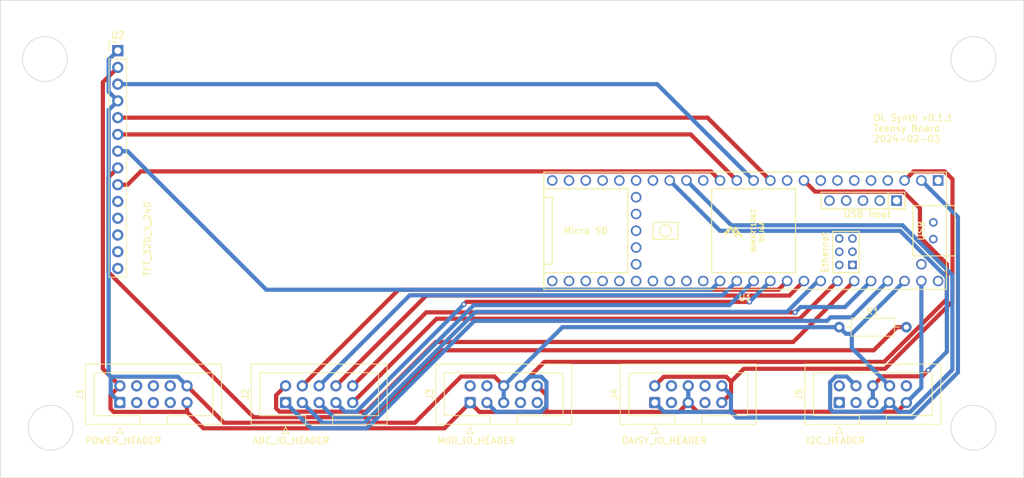
<source format=kicad_pcb>
(kicad_pcb (version 20221018) (generator pcbnew)
  (layers (0 "F.Cu" signal) (31 "B.Cu" signal) (34 "B.Paste" user) (35 "F.Paste" user) (36 "B.SilkS" user "B.Silkscreen") (37 "F.SilkS" user "F.Silkscreen") (38 "B.Mask" user) (39 "F.Mask" user) (44 "Edge.Cuts" user))
  (net 0 "")
  (net 1 "Net-(J1-Pin_1)")
  (net 2 "Net-(J1-Pin_2)")
  (net 9 "Net-(J2-Pin_1)")
  (net 10 "Net-(J2-Pin_2)")
  (net 11 "Net-(J2-Pin_3)")
  (net 12 "Net-(J2-Pin_4)")
  (net 13 "Net-(J2-Pin_5)")
  (net 14 "Net-(J2-Pin_6)")
  (net 15 "Net-(J2-Pin_7)")
  (net 16 "Net-(J2-Pin_8)")
  (net 17 "Net-(J2-Pin_9)")
  (net 18 "Net-(J2-Pin_10)")
  (net 20 "Net-(J3-Pin_3)")
  (net 24 "Net-(J4-Pin_1)")
  (net 25 "Net-(J4-Pin_2)")
  (net 33 "Net-(J5-Pin_4)")
  (net 34 "Net-(J5-Pin_5)")
  (net 43 "Net-(U1-13_SCK_LED)")
  (net 51 "Net-(U1-9_OUT1C)")
  (net 52 "Net-(U1-10_CS_MQSR)")
  (net 53 "Net-(U1-11_MOSI_CTX1)")
  (net 68 "Net-(U1-12_MISO_MQSL)")
  (net 86 "Net-(U2-LED)")
  (footprint "Connector_IDC:IDC-Header_2x05_P2.54mm_Vertical" (layer "F.Cu") (at 79.06 118.11 90)
    (fp_text reference "J1" (at 1.27 -6.1 90) (layer "F.SilkS"))
    (fp_text value "POWER_HEADER")
    (fp_line (start -4.68 -0.5) (end -4.68 0.5) (stroke (width 0.12)) (layer "F.SilkS"))
    (fp_line (start -4.68 0.5) (end -3.68 0) (stroke (width 0.12)) (layer "F.SilkS"))
    (fp_line (start -3.68 0) (end -4.68 -0.5) (stroke (width 0.12)) (layer "F.SilkS"))
    (fp_line (start -3.29 -5.21) (end 5.83 -5.21) (stroke (width 0.12)) (layer "F.SilkS"))
    (fp_line (start -3.29 3.03) (end -1.98 3.03) (stroke (width 0.12)) (layer "F.SilkS"))
    (fp_line (start -3.29 15.37) (end -3.29 -5.21) (stroke (width 0.12)) (layer "F.SilkS"))
    (fp_line (start -1.98 -3.91) (end 4.52 -3.91) (stroke (width 0.12)) (layer "F.SilkS"))
    (fp_line (start -1.98 3.03) (end -1.98 -3.91) (stroke (width 0.12)) (layer "F.SilkS"))
    (fp_line (start -1.98 7.13) (end -3.29 7.13) (stroke (width 0.12)) (layer "F.SilkS"))
    (fp_line (start -1.98 7.13) (end -1.98 7.13) (stroke (width 0.12)) (layer "F.SilkS"))
    (fp_line (start -1.98 14.07) (end -1.98 7.13) (stroke (width 0.12)) (layer "F.SilkS"))
    (fp_line (start 4.52 -3.91) (end 4.52 14.07) (stroke (width 0.12)) (layer "F.SilkS"))
    (fp_line (start 4.52 14.07) (end -1.98 14.07) (stroke (width 0.12)) (layer "F.SilkS"))
    (fp_line (start 5.83 -5.21) (end 5.83 15.37) (stroke (width 0.12)) (layer "F.SilkS"))
    (fp_line (start 5.83 15.37) (end -3.29 15.37) (stroke (width 0.12)) (layer "F.SilkS"))
    (pad "1" thru_hole roundrect (at 0 0 90) (size 1.7 1.7) (drill 1) (layers "*.Cu" "*.Mask") (roundrect_rratio 0.1470588235) (net 1 "Net-(J1-Pin_1)"))
    (pad "2" thru_hole circle (at 2.54 0 90) (size 1.7 1.7) (drill 1) (layers "*.Cu" "*.Mask") (net 2 "Net-(J1-Pin_2)"))
    (pad "3" thru_hole circle (at 0 2.54 90) (size 1.7 1.7) (drill 1) (layers "*.Cu" "*.Mask"))
    (pad "4" thru_hole circle (at 2.54 2.54 90) (size 1.7 1.7) (drill 1) (layers "*.Cu" "*.Mask"))
    (pad "5" thru_hole circle (at 0 5.08 90) (size 1.7 1.7) (drill 1) (layers "*.Cu" "*.Mask"))
    (pad "6" thru_hole circle (at 2.54 5.08 90) (size 1.7 1.7) (drill 1) (layers "*.Cu" "*.Mask"))
    (pad "7" thru_hole circle (at 0 7.62 90) (size 1.7 1.7) (drill 1) (layers "*.Cu" "*.Mask"))
    (pad "8" thru_hole circle (at 2.54 7.62 90) (size 1.7 1.7) (drill 1) (layers "*.Cu" "*.Mask"))
    (pad "9" thru_hole circle (at 0 10.16 90) (size 1.7 1.7) (drill 1) (layers "*.Cu" "*.Mask") (net 2 "Net-(J1-Pin_2)"))
    (pad "10" thru_hole circle (at 2.54 10.16 90) (size 1.7 1.7) (drill 1) (layers "*.Cu" "*.Mask") (net 1 "Net-(J1-Pin_1)"))
  )
  (footprint "Connector_IDC:IDC-Header_2x05_P2.54mm_Vertical" (layer "F.Cu") (at 187.96 118.11 90)
    (fp_text reference "J5" (at 1.27 -6.1 90) (layer "F.SilkS"))
    (fp_text value "I2C_HEADER")
    (fp_line (start -4.68 -0.5) (end -4.68 0.5) (stroke (width 0.12)) (layer "F.SilkS"))
    (fp_line (start -4.68 0.5) (end -3.68 0) (stroke (width 0.12)) (layer "F.SilkS"))
    (fp_line (start -3.68 0) (end -4.68 -0.5) (stroke (width 0.12)) (layer "F.SilkS"))
    (fp_line (start -3.29 -5.21) (end 5.83 -5.21) (stroke (width 0.12)) (layer "F.SilkS"))
    (fp_line (start -3.29 3.03) (end -1.98 3.03) (stroke (width 0.12)) (layer "F.SilkS"))
    (fp_line (start -3.29 15.37) (end -3.29 -5.21) (stroke (width 0.12)) (layer "F.SilkS"))
    (fp_line (start -1.98 -3.91) (end 4.52 -3.91) (stroke (width 0.12)) (layer "F.SilkS"))
    (fp_line (start -1.98 3.03) (end -1.98 -3.91) (stroke (width 0.12)) (layer "F.SilkS"))
    (fp_line (start -1.98 7.13) (end -3.29 7.13) (stroke (width 0.12)) (layer "F.SilkS"))
    (fp_line (start -1.98 7.13) (end -1.98 7.13) (stroke (width 0.12)) (layer "F.SilkS"))
    (fp_line (start -1.98 14.07) (end -1.98 7.13) (stroke (width 0.12)) (layer "F.SilkS"))
    (fp_line (start 4.52 -3.91) (end 4.52 14.07) (stroke (width 0.12)) (layer "F.SilkS"))
    (fp_line (start 4.52 14.07) (end -1.98 14.07) (stroke (width 0.12)) (layer "F.SilkS"))
    (fp_line (start 5.83 -5.21) (end 5.83 15.37) (stroke (width 0.12)) (layer "F.SilkS"))
    (fp_line (start 5.83 15.37) (end -3.29 15.37) (stroke (width 0.12)) (layer "F.SilkS"))
    (pad "1" thru_hole roundrect (at 0 0 90) (size 1.7 1.7) (drill 1) (layers "*.Cu" "*.Mask") (roundrect_rratio 0.1470588235))
    (pad "2" thru_hole circle (at 2.54 0 90) (size 1.7 1.7) (drill 1) (layers "*.Cu" "*.Mask"))
    (pad "3" thru_hole circle (at 0 2.54 90) (size 1.7 1.7) (drill 1) (layers "*.Cu" "*.Mask"))
    (pad "4" thru_hole circle (at 2.54 2.54 90) (size 1.7 1.7) (drill 1) (layers "*.Cu" "*.Mask") (net 33 "Net-(J5-Pin_4)"))
    (pad "5" thru_hole circle (at 0 5.08 90) (size 1.7 1.7) (drill 1) (layers "*.Cu" "*.Mask") (net 34 "Net-(J5-Pin_5)"))
    (pad "6" thru_hole circle (at 2.54 5.08 90) (size 1.7 1.7) (drill 1) (layers "*.Cu" "*.Mask") (net 34 "Net-(J5-Pin_5)"))
    (pad "7" thru_hole circle (at 0 7.62 90) (size 1.7 1.7) (drill 1) (layers "*.Cu" "*.Mask") (net 33 "Net-(J5-Pin_4)"))
    (pad "8" thru_hole circle (at 2.54 7.62 90) (size 1.7 1.7) (drill 1) (layers "*.Cu" "*.Mask") (net 1 "Net-(J1-Pin_1)"))
    (pad "9" thru_hole circle (at 0 10.16 90) (size 1.7 1.7) (drill 1) (layers "*.Cu" "*.Mask") (net 2 "Net-(J1-Pin_2)"))
    (pad "10" thru_hole circle (at 2.54 10.16 90) (size 1.7 1.7) (drill 1) (layers "*.Cu" "*.Mask"))
  )
  (footprint "kicad-teensy:Teensy41" (layer "F.Cu") (at 173.72 92.0684 180)
    (fp_text reference "U1" (at 0 -10.16) (layer "F.SilkS"))
    (fp_text value "Teensy4.1")
    (fp_text user "Ethernet" (at -12.065 -3.2766 90) (layer "F.SilkS"))
    (fp_text user "Micro SD" (at 24.13 0) (layer "F.SilkS"))
    (fp_text user "DVJ6A" (at -2.54 -0.18 90) (layer "F.SilkS") (effects (font (size 0.7 0.7))))
    (fp_text user "USB" (at -26.67 0 90) (layer "F.SilkS"))
    (fp_text user "USB Host" (at -18.4658 2.4892) (layer "F.SilkS"))
    (fp_text user "MIMXRT1062" (at -1.27 0 90) (layer "F.SilkS") (effects (font (size 0.7 0.7))))
    (fp_line (start -31.75 -3.81) (end -30.48 -3.81) (stroke (width 0.15)) (layer "F.SilkS"))
    (fp_line (start -31.75 3.81) (end -31.75 -3.81) (stroke (width 0.15)) (layer "F.SilkS"))
    (fp_line (start -30.48 -8.89) (end 30.48 -8.89) (stroke (width 0.15)) (layer "F.SilkS"))
    (fp_line (start -30.48 3.81) (end -31.75 3.81) (stroke (width 0.15)) (layer "F.SilkS"))
    (fp_line (start -30.48 8.89) (end -30.48 -8.89) (stroke (width 0.15)) (layer "F.SilkS"))
    (fp_line (start -25.4 -3.81) (end -30.48 -3.81) (stroke (width 0.15)) (layer "F.SilkS"))
    (fp_line (start -25.4 3.81) (end -30.48 3.81) (stroke (width 0.15)) (layer "F.SilkS"))
    (fp_line (start -25.4 3.81) (end -25.4 -3.81) (stroke (width 0.15)) (layer "F.SilkS"))
    (fp_line (start -24.1808 3.2992) (end -21.6408 3.2992) (stroke (width 0.15)) (layer "F.SilkS"))
    (fp_line (start -24.1808 3.2992) (end -11.4808 3.2992) (stroke (width 0.15)) (layer "F.SilkS"))
    (fp_line (start -24.1808 5.8392) (end -24.1808 3.2992) (stroke (width 0.15)) (layer "F.SilkS"))
    (fp_line (start -21.6408 3.2992) (end -21.6408 5.8392) (stroke (width 0.15)) (layer "F.SilkS"))
    (fp_line (start -17.25 -6.3516) (end -17.25 -6.1016) (stroke (width 0.15)) (layer "F.SilkS"))
    (fp_line (start -17.25 -6.1016) (end -17.25 -0.1016) (stroke (width 0.15)) (layer "F.SilkS"))
    (fp_line (start -17.25 -0.1016) (end -13.25 -0.1016) (stroke (width 0.15)) (layer "F.SilkS"))
    (fp_line (start -13.25 -6.3516) (end -17.25 -6.3516) (stroke (width 0.15)) (layer "F.SilkS"))
    (fp_line (start -13.25 -0.1016) (end -13.25 -6.3516) (stroke (width 0.15)) (layer "F.SilkS"))
    (fp_line (start -11.4808 3.2992) (end -11.4808 5.8392) (stroke (width 0.15)) (layer "F.SilkS"))
    (fp_line (start -11.4808 5.8392) (end -24.1808 5.8392) (stroke (width 0.15)) (layer "F.SilkS"))
    (fp_line (start -7.62 -6.35) (end -7.62 6.35) (stroke (width 0.15)) (layer "F.SilkS"))
    (fp_line (start -7.62 6.35) (end 5.08 6.35) (stroke (width 0.15)) (layer "F.SilkS"))
    (fp_line (start 5.08 -6.35) (end -7.62 -6.35) (stroke (width 0.15)) (layer "F.SilkS"))
    (fp_line (start 5.08 6.35) (end 5.08 -6.35) (stroke (width 0.15)) (layer "F.SilkS"))
    (fp_line (start 10.16 -1.27) (end 13.97 -1.27) (stroke (width 0.15)) (layer "F.SilkS"))
    (fp_line (start 10.16 1.27) (end 10.16 -1.27) (stroke (width 0.15)) (layer "F.SilkS"))
    (fp_line (start 13.97 -1.27) (end 13.97 1.27) (stroke (width 0.15)) (layer "F.SilkS"))
    (fp_line (start 13.97 1.27) (end 10.16 1.27) (stroke (width 0.15)) (layer "F.SilkS"))
    (fp_line (start 17.78 -6.35) (end 17.78 6.35) (stroke (width 0.15)) (layer "F.SilkS"))
    (fp_line (start 17.78 6.35) (end 30.48 6.35) (stroke (width 0.15)) (layer "F.SilkS"))
    (fp_line (start 29.21 -5.08) (end 29.21 5.08) (stroke (width 0.15)) (layer "F.SilkS"))
    (fp_line (start 29.21 5.08) (end 30.48 5.08) (stroke (width 0.15)) (layer "F.SilkS"))
    (fp_line (start 30.48 -8.89) (end 30.48 8.89) (stroke (width 0.15)) (layer "F.SilkS"))
    (fp_line (start 30.48 -6.35) (end 17.78 -6.35) (stroke (width 0.15)) (layer "F.SilkS"))
    (fp_line (start 30.48 -5.08) (end 29.21 -5.08) (stroke (width 0.15)) (layer "F.SilkS"))
    (fp_line (start 30.48 8.89) (end -30.48 8.89) (stroke (width 0.15)) (layer "F.SilkS"))
    (fp_circle (center 12.065 0) (end 12.7 -0.635) (stroke (width 0.15)) (fill none) (layer "F.SilkS"))
    (fp_poly (pts (xy 0.911 -0.688) (xy 0.657 -0.434) (xy 0.403 -0.815) (xy 0.657 -1.069)) (stroke (width 0.1)) (fill solid) (layer "F.SilkS"))
    (fp_poly (pts (xy 1.292 -0.18) (xy 1.038 0.074) (xy 0.784 -0.307) (xy 1.038 -0.561)) (stroke (width 0.1)) (fill solid) (layer "F.SilkS"))
    (fp_poly (pts (xy 1.673 -0.561) (xy 1.419 -0.307) (xy 1.165 -0.688) (xy 1.419 -0.942)) (stroke (width 0.1)) (fill solid) (layer "F.SilkS"))
    (fp_poly (pts (xy 1.673 0.328) (xy 1.419 0.582) (xy 1.165 0.201) (xy 1.419 -0.053)) (stroke (width 0.1)) (fill solid) (layer "F.SilkS"))
    (fp_poly (pts (xy 2.054 -0.053) (xy 1.8 0.201) (xy 1.546 -0.18) (xy 1.8 -0.434)) (stroke (width 0.1)) (fill solid) (layer "F.SilkS"))
    (fp_poly (pts (xy 2.435 0.455) (xy 2.181 0.709) (xy 1.927 0.328) (xy 2.181 0.074)) (stroke (width 0.1)) (fill solid) (layer "F.SilkS"))
    (fp_poly (pts (xy 2.816 0.074) (xy 2.562 0.328) (xy 2.308 -0.053) (xy 2.562 -0.307)) (stroke (width 0.1)) (fill solid) (layer "F.SilkS"))
    (fp_poly (pts (xy 3.197 -0.307) (xy 2.943 -0.053) (xy 2.689 -0.434) (xy 2.943 -0.688)) (stroke (width 0.1)) (fill solid) (layer "F.SilkS"))
    (pad "1" thru_hole rect (at -29.21 7.62 180) (size 1.6 1.6) (drill 1.1) (layers "*.Cu" "*.Mask"))
    (pad "2" thru_hole circle (at -26.67 7.62 180) (size 1.6 1.6) (drill 1.1) (layers "*.Cu" "*.Mask") (net 24 "Net-(J4-Pin_1)"))
    (pad "3" thru_hole circle (at -24.13 7.62 180) (size 1.6 1.6) (drill 1.1) (layers "*.Cu" "*.Mask") (net 25 "Net-(J4-Pin_2)"))
    (pad "4" thru_hole circle (at -21.59 7.62 180) (size 1.6 1.6) (drill 1.1) (layers "*.Cu" "*.Mask"))
    (pad "5" thru_hole circle (at -19.05 7.62 180) (size 1.6 1.6) (drill 1.1) (layers "*.Cu" "*.Mask"))
    (pad "6" thru_hole circle (at -16.51 7.62 180) (size 1.6 1.6) (drill 1.1) (layers "*.Cu" "*.Mask"))
    (pad "7" thru_hole circle (at -13.97 7.62 180) (size 1.6 1.6) (drill 1.1) (layers "*.Cu" "*.Mask"))
    (pad "8" thru_hole circle (at -11.43 7.62 180) (size 1.6 1.6) (drill 1.1) (layers "*.Cu" "*.Mask"))
    (pad "9" thru_hole circle (at -8.89 7.62 180) (size 1.6 1.6) (drill 1.1) (layers "*.Cu" "*.Mask") (net 20 "Net-(J3-Pin_3)"))
    (pad "10" thru_hole circle (at -6.35 7.62 180) (size 1.6 1.6) (drill 1.1) (layers "*.Cu" "*.Mask"))
    (pad "11" thru_hole circle (at -3.81 7.62 180) (size 1.6 1.6) (drill 1.1) (layers "*.Cu" "*.Mask") (net 51 "Net-(U1-9_OUT1C)"))
    (pad "12" thru_hole circle (at -1.27 7.62 180) (size 1.6 1.6) (drill 1.1) (layers "*.Cu" "*.Mask") (net 52 "Net-(U1-10_CS_MQSR)"))
    (pad "13" thru_hole circle (at 1.27 7.62 180) (size 1.6 1.6) (drill 1.1) (layers "*.Cu" "*.Mask") (net 53 "Net-(U1-11_MOSI_CTX1)"))
    (pad "14" thru_hole circle (at 3.81 7.62 180) (size 1.6 1.6) (drill 1.1) (layers "*.Cu" "*.Mask") (net 68 "Net-(U1-12_MISO_MQSL)"))
    (pad "15" thru_hole circle (at 6.35 7.62 180) (size 1.6 1.6) (drill 1.1) (layers "*.Cu" "*.Mask"))
    (pad "16" thru_hole circle (at 8.89 7.62 180) (size 1.6 1.6) (drill 1.1) (layers "*.Cu" "*.Mask") (net 33 "Net-(J5-Pin_4)"))
    (pad "17" thru_hole circle (at 11.43 7.62 180) (size 1.6 1.6) (drill 1.1) (layers "*.Cu" "*.Mask") (net 34 "Net-(J5-Pin_5)"))
    (pad "18" thru_hole circle (at 13.97 7.62 180) (size 1.6 1.6) (drill 1.1) (layers "*.Cu" "*.Mask"))
    (pad "19" thru_hole circle (at 16.51 7.62 180) (size 1.6 1.6) (drill 1.1) (layers "*.Cu" "*.Mask"))
    (pad "20" thru_hole circle (at 19.05 7.62 180) (size 1.6 1.6) (drill 1.1) (layers "*.Cu" "*.Mask"))
    (pad "21" thru_hole circle (at 21.59 7.62 180) (size 1.6 1.6) (drill 1.1) (layers "*.Cu" "*.Mask"))
    (pad "22" thru_hole circle (at 24.13 7.62 180) (size 1.6 1.6) (drill 1.1) (layers "*.Cu" "*.Mask"))
    (pad "23" thru_hole circle (at 26.67 7.62 180) (size 1.6 1.6) (drill 1.1) (layers "*.Cu" "*.Mask"))
    (pad "24" thru_hole circle (at 29.21 7.62 180) (size 1.6 1.6) (drill 1.1) (layers "*.Cu" "*.Mask"))
    (pad "25" thru_hole circle (at 29.21 -7.62 180) (size 1.6 1.6) (drill 1.1) (layers "*.Cu" "*.Mask"))
    (pad "26" thru_hole circle (at 26.67 -7.62 180) (size 1.6 1.6) (drill 1.1) (layers "*.Cu" "*.Mask"))
    (pad "27" thru_hole circle (at 24.13 -7.62 180) (size 1.6 1.6) (drill 1.1) (layers "*.Cu" "*.Mask"))
    (pad "28" thru_hole circle (at 21.59 -7.62 180) (size 1.6 1.6) (drill 1.1) (layers "*.Cu" "*.Mask"))
    (pad "29" thru_hole circle (at 19.05 -7.62 180) (size 1.6 1.6) (drill 1.1) (layers "*.Cu" "*.Mask"))
    (pad "30" thru_hole circle (at 16.51 -7.62 180) (size 1.6 1.6) (drill 1.1) (layers "*.Cu" "*.Mask"))
    (pad "31" thru_hole circle (at 13.97 -7.62 180) (size 1.6 1.6) (drill 1.1) (layers "*.Cu" "*.Mask"))
    (pad "32" thru_hole circle (at 11.43 -7.62 180) (size 1.6 1.6) (drill 1.1) (layers "*.Cu" "*.Mask"))
    (pad "33" thru_hole circle (at 8.89 -7.62 180) (size 1.6 1.6) (drill 1.1) (layers "*.Cu" "*.Mask"))
    (pad "34" thru_hole circle (at 6.35 -7.62 180) (size 1.6 1.6) (drill 1.1) (layers "*.Cu" "*.Mask"))
    (pad "35" thru_hole circle (at 3.81 -7.62 180) (size 1.6 1.6) (drill 1.1) (layers "*.Cu" "*.Mask") (net 43 "Net-(U1-13_SCK_LED)"))
    (pad "36" thru_hole circle (at 1.27 -7.62 180) (size 1.6 1.6) (drill 1.1) (layers "*.Cu" "*.Mask") (net 14 "Net-(J2-Pin_6)"))
    (pad "37" thru_hole circle (at -1.27 -7.62 180) (size 1.6 1.6) (drill 1.1) (layers "*.Cu" "*.Mask") (net 13 "Net-(J2-Pin_5)"))
    (pad "38" thru_hole circle (at -3.81 -7.62 180) (size 1.6 1.6) (drill 1.1) (layers "*.Cu" "*.Mask") (net 15 "Net-(J2-Pin_7)"))
    (pad "39" thru_hole circle (at -6.35 -7.62 180) (size 1.6 1.6) (drill 1.1) (layers "*.Cu" "*.Mask") (net 12 "Net-(J2-Pin_4)"))
    (pad "40" thru_hole circle (at -8.89 -7.62 180) (size 1.6 1.6) (drill 1.1) (layers "*.Cu" "*.Mask") (net 16 "Net-(J2-Pin_8)"))
    (pad "41" thru_hole circle (at -11.43 -7.62 180) (size 1.6 1.6) (drill 1.1) (layers "*.Cu" "*.Mask") (net 11 "Net-(J2-Pin_3)"))
    (pad "42" thru_hole circle (at -13.97 -7.62 180) (size 1.6 1.6) (drill 1.1) (layers "*.Cu" "*.Mask") (net 17 "Net-(J2-Pin_9)"))
    (pad "43" thru_hole circle (at -16.51 -7.62 180) (size 1.6 1.6) (drill 1.1) (layers "*.Cu" "*.Mask") (net 10 "Net-(J2-Pin_2)"))
    (pad "44" thru_hole circle (at -19.05 -7.62 180) (size 1.6 1.6) (drill 1.1) (layers "*.Cu" "*.Mask") (net 18 "Net-(J2-Pin_10)"))
    (pad "45" thru_hole circle (at -21.59 -7.62 180) (size 1.6 1.6) (drill 1.1) (layers "*.Cu" "*.Mask") (net 9 "Net-(J2-Pin_1)"))
    (pad "46" thru_hole circle (at -24.13 -7.62 180) (size 1.6 1.6) (drill 1.1) (layers "*.Cu" "*.Mask") (net 1 "Net-(J1-Pin_1)"))
    (pad "47" thru_hole circle (at -26.67 -7.62 180) (size 1.6 1.6) (drill 1.1) (layers "*.Cu" "*.Mask") (net 2 "Net-(J1-Pin_2)"))
    (pad "48" thru_hole circle (at -29.21 -7.62 180) (size 1.6 1.6) (drill 1.1) (layers "*.Cu" "*.Mask"))
    (pad "49" thru_hole circle (at -26.67 -5.08 180) (size 1.6 1.6) (drill 1.1) (layers "*.Cu" "*.Mask"))
    (pad "50" thru_hole circle (at 16.51 5.08 180) (size 1.6 1.6) (drill 1.1) (layers "*.Cu" "*.Mask"))
    (pad "51" thru_hole circle (at 16.51 2.54 180) (size 1.6 1.6) (drill 1.1) (layers "*.Cu" "*.Mask"))
    (pad "52" thru_hole circle (at 16.51 0 180) (size 1.6 1.6) (drill 1.1) (layers "*.Cu" "*.Mask"))
    (pad "53" thru_hole circle (at 16.51 -2.54 180) (size 1.6 1.6) (drill 1.1) (layers "*.Cu" "*.Mask"))
    (pad "54" thru_hole circle (at 16.51 -5.08 180) (size 1.6 1.6) (drill 1.1) (layers "*.Cu" "*.Mask"))
    (pad "55" thru_hole rect (at -22.9108 4.5692 180) (size 1.6 1.6) (drill 1.1) (layers "*.Cu" "*.Mask"))
    (pad "56" thru_hole circle (at -20.3708 4.5692 180) (size 1.6 1.6) (drill 1.1) (layers "*.Cu" "*.Mask"))
    (pad "57" thru_hole circle (at -17.8308 4.5692 180) (size 1.6 1.6) (drill 1.1) (layers "*.Cu" "*.Mask"))
    (pad "58" thru_hole circle (at -15.2908 4.5692 180) (size 1.6 1.6) (drill 1.1) (layers "*.Cu" "*.Mask"))
    (pad "59" thru_hole circle (at -12.7508 4.5692 180) (size 1.6 1.6) (drill 1.1) (layers "*.Cu" "*.Mask"))
    (pad "60" thru_hole rect (at -16.24 -5.1816 180) (size 1.3 1.3) (drill 0.8) (layers "*.Cu" "*.Mask"))
    (pad "61" thru_hole circle (at -16.24 -3.1816 180) (size 1.3 1.3) (drill 0.8) (layers "*.Cu" "*.Mask"))
    (pad "62" thru_hole circle (at -16.24 -1.1816 180) (size 1.3 1.3) (drill 0.8) (layers "*.Cu" "*.Mask"))
    (pad "63" thru_hole circle (at -14.24 -1.1816 180) (size 1.3 1.3) (drill 0.8) (layers "*.Cu" "*.Mask"))
    (pad "64" thru_hole circle (at -14.24 -3.1816 180) (size 1.3 1.3) (drill 0.8) (layers "*.Cu" "*.Mask"))
    (pad "65" thru_hole circle (at -14.24 -5.1816 180) (size 1.3 1.3) (drill 0.8) (layers "*.Cu" "*.Mask"))
    (pad "66" thru_hole circle (at -28.48 -1.27 180) (size 1.3 1.3) (drill 0.8) (layers "*.Cu" "*.Mask"))
    (pad "67" thru_hole circle (at -28.48 1.27 180) (size 1.3 1.3) (drill 0.8) (layers "*.Cu" "*.Mask"))
  )
  (footprint "Connector_IDC:IDC-Header_2x05_P2.54mm_Vertical" (layer "F.Cu") (at 132.08 118.11 90)
    (fp_text reference "J3" (at 1.27 -6.1 90) (layer "F.SilkS"))
    (fp_text value "MIDI_IO_HEADER")
    (fp_line (start -4.68 -0.5) (end -4.68 0.5) (stroke (width 0.12)) (layer "F.SilkS"))
    (fp_line (start -4.68 0.5) (end -3.68 0) (stroke (width 0.12)) (layer "F.SilkS"))
    (fp_line (start -3.68 0) (end -4.68 -0.5) (stroke (width 0.12)) (layer "F.SilkS"))
    (fp_line (start -3.29 -5.21) (end 5.83 -5.21) (stroke (width 0.12)) (layer "F.SilkS"))
    (fp_line (start -3.29 3.03) (end -1.98 3.03) (stroke (width 0.12)) (layer "F.SilkS"))
    (fp_line (start -3.29 15.37) (end -3.29 -5.21) (stroke (width 0.12)) (layer "F.SilkS"))
    (fp_line (start -1.98 -3.91) (end 4.52 -3.91) (stroke (width 0.12)) (layer "F.SilkS"))
    (fp_line (start -1.98 3.03) (end -1.98 -3.91) (stroke (width 0.12)) (layer "F.SilkS"))
    (fp_line (start -1.98 7.13) (end -3.29 7.13) (stroke (width 0.12)) (layer "F.SilkS"))
    (fp_line (start -1.98 7.13) (end -1.98 7.13) (stroke (width 0.12)) (layer "F.SilkS"))
    (fp_line (start -1.98 14.07) (end -1.98 7.13) (stroke (width 0.12)) (layer "F.SilkS"))
    (fp_line (start 4.52 -3.91) (end 4.52 14.07) (stroke (width 0.12)) (layer "F.SilkS"))
    (fp_line (start 4.52 14.07) (end -1.98 14.07) (stroke (width 0.12)) (layer "F.SilkS"))
    (fp_line (start 5.83 -5.21) (end 5.83 15.37) (stroke (width 0.12)) (layer "F.SilkS"))
    (fp_line (start 5.83 15.37) (end -3.29 15.37) (stroke (width 0.12)) (layer "F.SilkS"))
    (pad "1" thru_hole roundrect (at 0 0 90) (size 1.7 1.7) (drill 1) (layers "*.Cu" "*.Mask") (roundrect_rratio 0.1470588235) (net 2 "Net-(J1-Pin_2)"))
    (pad "2" thru_hole circle (at 2.54 0 90) (size 1.7 1.7) (drill 1) (layers "*.Cu" "*.Mask"))
    (pad "3" thru_hole circle (at 0 2.54 90) (size 1.7 1.7) (drill 1) (layers "*.Cu" "*.Mask") (net 20 "Net-(J3-Pin_3)"))
    (pad "4" thru_hole circle (at 2.54 2.54 90) (size 1.7 1.7) (drill 1) (layers "*.Cu" "*.Mask"))
    (pad "5" thru_hole circle (at 0 5.08 90) (size 1.7 1.7) (drill 1) (layers "*.Cu" "*.Mask") (net 1 "Net-(J1-Pin_1)"))
    (pad "6" thru_hole circle (at 2.54 5.08 90) (size 1.7 1.7) (drill 1) (layers "*.Cu" "*.Mask") (net 1 "Net-(J1-Pin_1)"))
    (pad "7" thru_hole circle (at 0 7.62 90) (size 1.7 1.7) (drill 1) (layers "*.Cu" "*.Mask"))
    (pad "8" thru_hole circle (at 2.54 7.62 90) (size 1.7 1.7) (drill 1) (layers "*.Cu" "*.Mask") (net 20 "Net-(J3-Pin_3)"))
    (pad "9" thru_hole circle (at 0 10.16 90) (size 1.7 1.7) (drill 1) (layers "*.Cu" "*.Mask"))
    (pad "10" thru_hole circle (at 2.54 10.16 90) (size 1.7 1.7) (drill 1) (layers "*.Cu" "*.Mask") (net 2 "Net-(J1-Pin_2)"))
  )
  (footprint "Connector_PinHeader_2.54mm:PinHeader_1x14_P2.54mm_Vertical" (layer "F.Cu") (at 78.74 64.77)
    (fp_text reference "U2" (at 0 -2.33) (layer "F.SilkS"))
    (fp_text value "TFT_320x240")
    (fp_line (start -1.33 -1.33) (end 0 -1.33) (stroke (width 0.12)) (layer "F.SilkS"))
    (fp_line (start -1.33 0) (end -1.33 -1.33) (stroke (width 0.12)) (layer "F.SilkS"))
    (fp_line (start -1.33 1.27) (end -1.33 34.35) (stroke (width 0.12)) (layer "F.SilkS"))
    (fp_line (start -1.33 1.27) (end 1.33 1.27) (stroke (width 0.12)) (layer "F.SilkS"))
    (fp_line (start -1.33 34.35) (end 1.33 34.35) (stroke (width 0.12)) (layer "F.SilkS"))
    (fp_line (start 1.33 1.27) (end 1.33 34.35) (stroke (width 0.12)) (layer "F.SilkS"))
    (pad "1" thru_hole rect (at 0 0) (size 1.7 1.7) (drill 1) (layers "*.Cu" "*.Mask") (net 1 "Net-(J1-Pin_1)"))
    (pad "2" thru_hole oval (at 0 2.54) (size 1.7 1.7) (drill 1) (layers "*.Cu" "*.Mask") (net 2 "Net-(J1-Pin_2)"))
    (pad "3" thru_hole oval (at 0 5.08) (size 1.7 1.7) (drill 1) (layers "*.Cu" "*.Mask") (net 52 "Net-(U1-10_CS_MQSR)"))
    (pad "4" thru_hole oval (at 0 7.62) (size 1.7 1.7) (drill 1) (layers "*.Cu" "*.Mask") (net 1 "Net-(J1-Pin_1)"))
    (pad "5" thru_hole oval (at 0 10.16) (size 1.7 1.7) (drill 1) (layers "*.Cu" "*.Mask") (net 51 "Net-(U1-9_OUT1C)"))
    (pad "6" thru_hole oval (at 0 12.7) (size 1.7 1.7) (drill 1) (layers "*.Cu" "*.Mask") (net 53 "Net-(U1-11_MOSI_CTX1)"))
    (pad "7" thru_hole oval (at 0 15.24) (size 1.7 1.7) (drill 1) (layers "*.Cu" "*.Mask") (net 43 "Net-(U1-13_SCK_LED)"))
    (pad "8" thru_hole oval (at 0 17.78) (size 1.7 1.7) (drill 1) (layers "*.Cu" "*.Mask") (net 86 "Net-(U2-LED)"))
    (pad "9" thru_hole oval (at 0 20.32) (size 1.7 1.7) (drill 1) (layers "*.Cu" "*.Mask") (net 68 "Net-(U1-12_MISO_MQSL)"))
    (pad "10" thru_hole oval (at 0 22.86) (size 1.7 1.7) (drill 1) (layers "*.Cu" "*.Mask"))
    (pad "11" thru_hole oval (at 0 25.4) (size 1.7 1.7) (drill 1) (layers "*.Cu" "*.Mask"))
    (pad "12" thru_hole oval (at 0 27.94) (size 1.7 1.7) (drill 1) (layers "*.Cu" "*.Mask"))
    (pad "13" thru_hole oval (at 0 30.48) (size 1.7 1.7) (drill 1) (layers "*.Cu" "*.Mask"))
    (pad "14" thru_hole oval (at 0 33.02) (size 1.7 1.7) (drill 1) (layers "*.Cu" "*.Mask"))
  )
  (footprint "Resistor_THT:R_Axial_DIN0207_L6.3mm_D2.5mm_P10.16mm_Horizontal" (layer "F.Cu") (at 187.96 106.68)
    (fp_text reference "R1" (at 5.08 -2.37) (layer "F.SilkS"))
    (fp_text value "100R")
    (fp_line (start 1.04 0) (end 1.81 0) (stroke (width 0.12)) (layer "F.SilkS"))
    (fp_line (start 1.81 -1.37) (end 1.81 1.37) (stroke (width 0.12)) (layer "F.SilkS"))
    (fp_line (start 1.81 1.37) (end 8.35 1.37) (stroke (width 0.12)) (layer "F.SilkS"))
    (fp_line (start 8.35 -1.37) (end 1.81 -1.37) (stroke (width 0.12)) (layer "F.SilkS"))
    (fp_line (start 8.35 1.37) (end 8.35 -1.37) (stroke (width 0.12)) (layer "F.SilkS"))
    (fp_line (start 9.12 0) (end 8.35 0) (stroke (width 0.12)) (layer "F.SilkS"))
    (pad "1" thru_hole circle (at 0 0) (size 1.6 1.6) (drill 0.8) (layers "*.Cu" "*.Mask") (net 1 "Net-(J1-Pin_1)"))
    (pad "2" thru_hole oval (at 10.16 0) (size 1.6 1.6) (drill 0.8) (layers "*.Cu" "*.Mask") (net 86 "Net-(U2-LED)"))
  )
  (footprint "Connector_IDC:IDC-Header_2x05_P2.54mm_Vertical" (layer "F.Cu") (at 104.14 118.11 90)
    (fp_text reference "J2" (at 1.27 -6.1 90) (layer "F.SilkS"))
    (fp_text value "ADC_IO_HEADER")
    (fp_line (start -4.68 -0.5) (end -4.68 0.5) (stroke (width 0.12)) (layer "F.SilkS"))
    (fp_line (start -4.68 0.5) (end -3.68 0) (stroke (width 0.12)) (layer "F.SilkS"))
    (fp_line (start -3.68 0) (end -4.68 -0.5) (stroke (width 0.12)) (layer "F.SilkS"))
    (fp_line (start -3.29 -5.21) (end 5.83 -5.21) (stroke (width 0.12)) (layer "F.SilkS"))
    (fp_line (start -3.29 3.03) (end -1.98 3.03) (stroke (width 0.12)) (layer "F.SilkS"))
    (fp_line (start -3.29 15.37) (end -3.29 -5.21) (stroke (width 0.12)) (layer "F.SilkS"))
    (fp_line (start -1.98 -3.91) (end 4.52 -3.91) (stroke (width 0.12)) (layer "F.SilkS"))
    (fp_line (start -1.98 3.03) (end -1.98 -3.91) (stroke (width 0.12)) (layer "F.SilkS"))
    (fp_line (start -1.98 7.13) (end -3.29 7.13) (stroke (width 0.12)) (layer "F.SilkS"))
    (fp_line (start -1.98 7.13) (end -1.98 7.13) (stroke (width 0.12)) (layer "F.SilkS"))
    (fp_line (start -1.98 14.07) (end -1.98 7.13) (stroke (width 0.12)) (layer "F.SilkS"))
    (fp_line (start 4.52 -3.91) (end 4.52 14.07) (stroke (width 0.12)) (layer "F.SilkS"))
    (fp_line (start 4.52 14.07) (end -1.98 14.07) (stroke (width 0.12)) (layer "F.SilkS"))
    (fp_line (start 5.83 -5.21) (end 5.83 15.37) (stroke (width 0.12)) (layer "F.SilkS"))
    (fp_line (start 5.83 15.37) (end -3.29 15.37) (stroke (width 0.12)) (layer "F.SilkS"))
    (pad "1" thru_hole roundrect (at 0 0 90) (size 1.7 1.7) (drill 1) (layers "*.Cu" "*.Mask") (roundrect_rratio 0.1470588235) (net 9 "Net-(J2-Pin_1)"))
    (pad "2" thru_hole circle (at 2.54 0 90) (size 1.7 1.7) (drill 1) (layers "*.Cu" "*.Mask") (net 10 "Net-(J2-Pin_2)"))
    (pad "3" thru_hole circle (at 0 2.54 90) (size 1.7 1.7) (drill 1) (layers "*.Cu" "*.Mask") (net 11 "Net-(J2-Pin_3)"))
    (pad "4" thru_hole circle (at 2.54 2.54 90) (size 1.7 1.7) (drill 1) (layers "*.Cu" "*.Mask") (net 12 "Net-(J2-Pin_4)"))
    (pad "5" thru_hole circle (at 0 5.08 90) (size 1.7 1.7) (drill 1) (layers "*.Cu" "*.Mask") (net 13 "Net-(J2-Pin_5)"))
    (pad "6" thru_hole circle (at 2.54 5.08 90) (size 1.7 1.7) (drill 1) (layers "*.Cu" "*.Mask") (net 14 "Net-(J2-Pin_6)"))
    (pad "7" thru_hole circle (at 0 7.62 90) (size 1.7 1.7) (drill 1) (layers "*.Cu" "*.Mask") (net 15 "Net-(J2-Pin_7)"))
    (pad "8" thru_hole circle (at 2.54 7.62 90) (size 1.7 1.7) (drill 1) (layers "*.Cu" "*.Mask") (net 16 "Net-(J2-Pin_8)"))
    (pad "9" thru_hole circle (at 0 10.16 90) (size 1.7 1.7) (drill 1) (layers "*.Cu" "*.Mask") (net 17 "Net-(J2-Pin_9)"))
    (pad "10" thru_hole circle (at 2.54 10.16 90) (size 1.7 1.7) (drill 1) (layers "*.Cu" "*.Mask") (net 18 "Net-(J2-Pin_10)"))
  )
  (footprint "Connector_IDC:IDC-Header_2x05_P2.54mm_Vertical" (layer "F.Cu") (at 160.02 118.11 90)
    (fp_text reference "J4" (at 1.27 -6.1 90) (layer "F.SilkS") (effects (font (thickness 0.15) italic)))
    (fp_text value "DAISY_IO_HEADER")
    (fp_line (start -4.68 -0.5) (end -4.68 0.5) (stroke (width 0.12)) (layer "F.SilkS"))
    (fp_line (start -4.68 0.5) (end -3.68 0) (stroke (width 0.12)) (layer "F.SilkS"))
    (fp_line (start -3.68 0) (end -4.68 -0.5) (stroke (width 0.12)) (layer "F.SilkS"))
    (fp_line (start -3.29 -5.21) (end 5.83 -5.21) (stroke (width 0.12)) (layer "F.SilkS"))
    (fp_line (start -3.29 3.03) (end -1.98 3.03) (stroke (width 0.12)) (layer "F.SilkS"))
    (fp_line (start -3.29 15.37) (end -3.29 -5.21) (stroke (width 0.12)) (layer "F.SilkS"))
    (fp_line (start -1.98 -3.91) (end 4.52 -3.91) (stroke (width 0.12)) (layer "F.SilkS"))
    (fp_line (start -1.98 3.03) (end -1.98 -3.91) (stroke (width 0.12)) (layer "F.SilkS"))
    (fp_line (start -1.98 7.13) (end -3.29 7.13) (stroke (width 0.12)) (layer "F.SilkS"))
    (fp_line (start -1.98 7.13) (end -1.98 7.13) (stroke (width 0.12)) (layer "F.SilkS"))
    (fp_line (start -1.98 14.07) (end -1.98 7.13) (stroke (width 0.12)) (layer "F.SilkS"))
    (fp_line (start 4.52 -3.91) (end 4.52 14.07) (stroke (width 0.12)) (layer "F.SilkS"))
    (fp_line (start 4.52 14.07) (end -1.98 14.07) (stroke (width 0.12)) (layer "F.SilkS"))
    (fp_line (start 5.83 -5.21) (end 5.83 15.37) (stroke (width 0.12)) (layer "F.SilkS"))
    (fp_line (start 5.83 15.37) (end -3.29 15.37) (stroke (width 0.12)) (layer "F.SilkS"))
    (pad "1" thru_hole roundrect (at 0 0 90) (size 1.7 1.7) (drill 1) (layers "*.Cu" "*.Mask") (roundrect_rratio 0.1470588235) (net 24 "Net-(J4-Pin_1)"))
    (pad "2" thru_hole circle (at 2.54 0 90) (size 1.7 1.7) (drill 1) (layers "*.Cu" "*.Mask") (net 25 "Net-(J4-Pin_2)"))
    (pad "3" thru_hole circle (at 0 2.54 90) (size 1.7 1.7) (drill 1) (layers "*.Cu" "*.Mask"))
    (pad "4" thru_hole circle (at 2.54 2.54 90) (size 1.7 1.7) (drill 1) (layers "*.Cu" "*.Mask"))
    (pad "5" thru_hole circle (at 0 5.08 90) (size 1.7 1.7) (drill 1) (layers "*.Cu" "*.Mask") (net 2 "Net-(J1-Pin_2)"))
    (pad "6" thru_hole circle (at 2.54 5.08 90) (size 1.7 1.7) (drill 1) (layers "*.Cu" "*.Mask") (net 2 "Net-(J1-Pin_2)"))
    (pad "7" thru_hole circle (at 0 7.62 90) (size 1.7 1.7) (drill 1) (layers "*.Cu" "*.Mask"))
    (pad "8" thru_hole circle (at 2.54 7.62 90) (size 1.7 1.7) (drill 1) (layers "*.Cu" "*.Mask"))
    (pad "9" thru_hole circle (at 0 10.16 90) (size 1.7 1.7) (drill 1) (layers "*.Cu" "*.Mask") (net 25 "Net-(J4-Pin_2)"))
    (pad "10" thru_hole circle (at 2.54 10.16 90) (size 1.7 1.7) (drill 1) (layers "*.Cu" "*.Mask") (net 24 "Net-(J4-Pin_1)"))
  )
  (gr_line (start 60.96 57.15) (end 215.9 57.15) (stroke (width 0.1)) (layer "Edge.Cuts"))
  (gr_line (start 60.96 129.54) (end 60.96 57.15) (stroke (width 0.1)) (layer "Edge.Cuts"))
  (gr_line (start 215.9 129.54) (end 60.96 129.54) (stroke (width 0.1)) (layer "Edge.Cuts"))
  (gr_circle (center 68.58 121.92) (end 71.98 121.92) (stroke (width 0.1)) (fill none) (layer "Edge.Cuts"))
  (gr_line (start 215.9 57.15) (end 215.9 129.54) (stroke (width 0.1)) (layer "Edge.Cuts"))
  (gr_circle (center 208.28 66.04) (end 211.68 66.04) (stroke (width 0.1)) (fill none) (layer "Edge.Cuts"))
  (gr_circle (center 67.72 66.04) (end 71.12 66.04) (stroke (width 0.1)) (fill none) (layer "Edge.Cuts"))
  (gr_circle (center 208.28 121.92) (end 211.68 121.92) (stroke (width 0.1)) (fill none) (layer "Edge.Cuts"))
  (gr_text "TFT_320_X_240" (at 83.82 99.06 90) (layer "F.SilkS") (effects (font (size 1 1)) (justify left bottom)))
  (gr_text "MIDI_IO_HEADER" (at 127 124.46) (layer "F.SilkS") (effects (font (size 1 1)) (justify left bottom)))
  (gr_text "DAISY_IO_HEADER\n" (at 154.94 124.46) (layer "F.SilkS") (effects (font (size 1 1)) (justify left bottom)))
  (gr_text "I2C_HEADER" (at 182.88 124.46) (layer "F.SilkS") (effects (font (size 1 1)) (justify left bottom)))
  (gr_text "POWER_HEADER" (at 73.66 124.46) (layer "F.SilkS") (effects (font (size 1 1)) (justify left bottom)))
  (gr_text "ADC_IO_HEADER" (at 99.06 124.46) (layer "F.SilkS") (effects (font (size 1 1)) (justify left bottom)))
  (gr_text "OL Synth v0.1.1\nTeensy Board\n2024-02-03" (at 193.04 78.74) (layer "F.SilkS") (effects (font (size 1 1)) (justify left bottom)))
  (segment (start 130.7159 114.1616) (end 135.7516 114.1616) (width 0.635) (layer "F.Cu") (net 1))
  (segment (start 123.7147 121.1628) (end 130.7159 114.1616) (width 0.635) (layer "F.Cu") (net 1))
  (segment (start 89.22 115.57) (end 94.8128 121.1628) (width 0.635) (layer "F.Cu") (net 1))
  (segment (start 135.7516 114.1616) (end 137.16 115.57) (width 0.635) (layer "F.Cu") (net 1))
  (segment (start 94.8128 121.1628) (end 123.7147 121.1628) (width 0.635) (layer "F.Cu") (net 1))
  (segment (start 146.05 106.68) (end 187.96 106.68) (width 0.635) (layer "B.Cu") (net 1))
  (segment (start 77.6742 116.7242) (end 79.06 118.11) (width 0.635) (layer "B.Cu") (net 1))
  (segment (start 188.9575 107.6775) (end 189.8609 107.6775) (width 0.635) (layer "B.Cu") (net 1))
  (segment (start 189.8609 109.8509) (end 195.58 115.57) (width 0.635) (layer "B.Cu") (net 1))
  (segment (start 89.22 115.57) (end 87.8333 114.1833) (width 0.635) (layer "B.Cu") (net 1))
  (segment (start 197.85 99.6884) (end 189.8609 107.6775) (width 0.635) (layer "B.Cu") (net 1))
  (segment (start 137.16 115.57) (end 146.05 106.68) (width 0.635) (layer "B.Cu") (net 1))
  (segment (start 137.16 115.57) (end 137.16 118.11) (width 0.635) (layer "B.Cu") (net 1))
  (segment (start 87.8333 114.1833) (end 77.6742 114.1833) (width 0.635) (layer "B.Cu") (net 1))
  (segment (start 78.74 72.39) (end 77.3477 70.9977) (width 0.635) (layer "B.Cu") (net 1))
  (segment (start 77.3544 73.7756) (end 77.3544 113.8635) (width 0.635) (layer "B.Cu") (net 1))
  (segment (start 77.3477 70.9977) (end 77.3477 66.1623) (width 0.635) (layer "B.Cu") (net 1))
  (segment (start 187.96 106.68) (end 188.9575 107.6775) (width 0.635) (layer "B.Cu") (net 1))
  (segment (start 78.74 72.39) (end 77.3544 73.7756) (width 0.635) (layer "B.Cu") (net 1))
  (segment (start 77.6742 114.1833) (end 77.6742 116.7242) (width 0.635) (layer "B.Cu") (net 1))
  (segment (start 189.8609 107.6775) (end 189.8609 109.8509) (width 0.635) (layer "B.Cu") (net 1))
  (segment (start 77.3544 113.8635) (end 77.6742 114.1833) (width 0.635) (layer "B.Cu") (net 1))
  (segment (start 77.3477 66.1623) (end 78.74 64.77) (width 0.635) (layer "B.Cu") (net 1))
  (segment (start 133.4944 119.5244) (end 132.08 118.11) (width 0.635) (layer "F.Cu") (net 2))
  (segment (start 76.4849 112.9949) (end 79.06 115.57) (width 0.635) (layer "F.Cu") (net 2))
  (segment (start 89.22 119.5208) (end 89.22 118.11) (width 0.635) (layer "F.Cu") (net 2))
  (segment (start 89.22 119.5208) (end 91.7034 122.0042) (width 0.635) (layer "F.Cu") (net 2))
  (segment (start 78.1162 119.5208) (end 77.6372 119.0418) (width 0.635) (layer "F.Cu") (net 2))
  (segment (start 143.6139 116.9439) (end 142.24 115.57) (width 0.635) (layer "F.Cu") (net 2))
  (segment (start 143.6139 119.5244) (end 133.4944 119.5244) (width 0.635) (layer "F.Cu") (net 2))
  (segment (start 89.22 119.5208) (end 78.1162 119.5208) (width 0.635) (layer "F.Cu") (net 2))
  (segment (start 76.4849 69.5651) (end 76.4849 112.9949) (width 0.635) (layer "F.Cu") (net 2))
  (segment (start 163.6856 119.5244) (end 143.6139 119.5244) (width 0.635) (layer "F.Cu") (net 2))
  (segment (start 77.6372 119.0418) (end 77.6372 116.9928) (width 0.635) (layer "F.Cu") (net 2))
  (segment (start 91.7034 122.0042) (end 128.1858 122.0042) (width 0.635) (layer "F.Cu") (net 2))
  (segment (start 78.74 67.31) (end 76.4849 69.5651) (width 0.635) (layer "F.Cu") (net 2))
  (segment (start 143.6139 119.5244) (end 143.6139 116.9439) (width 0.635) (layer "F.Cu") (net 2))
  (segment (start 77.6372 116.9928) (end 79.06 115.57) (width 0.635) (layer "F.Cu") (net 2))
  (segment (start 196.7334 119.4966) (end 198.12 118.11) (width 0.635) (layer "F.Cu") (net 2))
  (segment (start 166.4866 119.4966) (end 196.7334 119.4966) (width 0.635) (layer "F.Cu") (net 2))
  (segment (start 165.1 118.11) (end 166.4866 119.4966) (width 0.635) (layer "F.Cu") (net 2))
  (segment (start 128.1858 122.0042) (end 132.08 118.11) (width 0.635) (layer "F.Cu") (net 2))
  (segment (start 165.1 118.11) (end 163.6856 119.5244) (width 0.635) (layer "F.Cu") (net 2))
  (segment (start 198.12 118.11) (end 200.39 115.84) (width 0.635) (layer "B.Cu") (net 2))
  (segment (start 165.1 115.57) (end 165.1 118.11) (width 0.635) (layer "B.Cu") (net 2))
  (segment (start 200.39 115.84) (end 200.39 99.6884) (width 0.635) (layer "B.Cu") (net 2))
  (segment (start 132.7222 105.7236) (end 186.1037 105.7236) (width 0.635) (layer "B.Cu") (net 9))
  (segment (start 108.021 121.991) (end 116.4548 121.991) (width 0.635) (layer "B.Cu") (net 9))
  (segment (start 189.8132 105.1852) (end 195.31 99.6884) (width 0.635) (layer "B.Cu") (net 9))
  (segment (start 186.1037 105.7236) (end 186.6421 105.1852) (width 0.635) (layer "B.Cu") (net 9))
  (segment (start 186.6421 105.1852) (end 189.8132 105.1852) (width 0.635) (layer "B.Cu") (net 9))
  (segment (start 116.4548 121.991) (end 132.7222 105.7236) (width 0.635) (layer "B.Cu") (net 9))
  (segment (start 104.14 118.11) (end 108.021 121.991) (width 0.635) (layer "B.Cu") (net 9))
  (segment (start 102.707 117.003) (end 104.14 115.57) (width 0.635) (layer "F.Cu") (net 10))
  (segment (start 103.2135 119.4847) (end 102.707 118.9782) (width 0.635) (layer "F.Cu") (net 10))
  (segment (start 180.9916 108.9268) (end 126.8839 108.9268) (width 0.635) (layer "F.Cu") (net 10))
  (segment (start 126.8839 108.9268) (end 116.326 119.4847) (width 0.635) (layer "F.Cu") (net 10))
  (segment (start 190.23 99.6884) (end 180.9916 108.9268) (width 0.635) (layer "F.Cu") (net 10))
  (segment (start 102.707 118.9782) (end 102.707 117.003) (width 0.635) (layer "F.Cu") (net 10))
  (segment (start 116.326 119.4847) (end 103.2135 119.4847) (width 0.635) (layer "F.Cu") (net 10))
  (segment (start 116.1091 121.1532) (end 132.9126 104.3497) (width 0.635) (layer "B.Cu") (net 11))
  (segment (start 184.7267 99.6884) (end 185.15 99.6884) (width 0.635) (layer "B.Cu") (net 11))
  (segment (start 106.68 118.11) (end 109.7232 121.1532) (width 0.635) (layer "B.Cu") (net 11))
  (segment (start 109.7232 121.1532) (end 116.1091 121.1532) (width 0.635) (layer "B.Cu") (net 11))
  (segment (start 180.0654 104.3497) (end 184.7267 99.6884) (width 0.635) (layer "B.Cu") (net 11))
  (segment (start 132.9126 104.3497) (end 180.0654 104.3497) (width 0.635) (layer "B.Cu") (net 11))
  (segment (start 121.2422 101.0078) (end 106.68 115.57) (width 0.635) (layer "F.Cu") (net 12))
  (segment (start 178.7506 101.0078) (end 121.2422 101.0078) (width 0.635) (layer "F.Cu") (net 12))
  (segment (start 180.07 99.6884) (end 178.7506 101.0078) (width 0.635) (layer "F.Cu") (net 12))
  (segment (start 115.6675 120.3163) (end 132.6357 103.3481) (width 0.635) (layer "B.Cu") (net 13))
  (segment (start 109.22 118.11) (end 111.4263 120.3163) (width 0.635) (layer "B.Cu") (net 13))
  (segment (start 132.6357 103.3481) (end 171.3303 103.3481) (width 0.635) (layer "B.Cu") (net 13))
  (segment (start 111.4263 120.3163) (end 115.6675 120.3163) (width 0.635) (layer "B.Cu") (net 13))
  (segment (start 171.3303 103.3481) (end 174.99 99.6884) (width 0.635) (layer "B.Cu") (net 13))
  (segment (start 170.2934 101.845) (end 122.945 101.845) (width 0.635) (layer "B.Cu") (net 14))
  (segment (start 172.45 99.6884) (end 170.2934 101.845) (width 0.635) (layer "B.Cu") (net 14))
  (segment (start 122.945 101.845) (end 109.22 115.57) (width 0.635) (layer "B.Cu") (net 14))
  (segment (start 174.3697 102.8487) (end 131.5186 102.8487) (width 0.635) (layer "F.Cu") (net 15))
  (segment (start 131.5186 102.8487) (end 131.1353 103.232) (width 0.635) (layer "F.Cu") (net 15))
  (via (at 174.3697 102.8487) (size 0.8) (drill 0.4) (layers "F.Cu" "B.Cu") (net 15))
  (via (at 131.1353 103.232) (size 0.8) (drill 0.4) (layers "F.Cu" "B.Cu") (net 15))
  (segment (start 111.76 118.11) (end 113.1294 119.4794) (width 0.635) (layer "B.Cu") (net 15))
  (segment (start 114.8879 119.4794) (end 131.1353 103.232) (width 0.635) (layer "B.Cu") (net 15))
  (segment (start 177.53 99.6884) (end 174.3697 102.8487) (width 0.635) (layer "B.Cu") (net 15))
  (segment (start 113.1294 119.4794) (end 114.8879 119.4794) (width 0.635) (layer "B.Cu") (net 15))
  (segment (start 111.76 115.57) (end 125.4431 101.8869) (width 0.635) (layer "F.Cu") (net 16))
  (segment (start 125.4431 101.8869) (end 180.4115 101.8869) (width 0.635) (layer "F.Cu") (net 16))
  (segment (start 180.4115 101.8869) (end 182.61 99.6884) (width 0.635) (layer "F.Cu") (net 16))
  (segment (start 114.3 118.11) (end 127.0104 105.3996) (width 0.635) (layer "F.Cu") (net 17))
  (segment (start 181.9788 105.3996) (end 187.69 99.6884) (width 0.635) (layer "F.Cu") (net 17))
  (segment (start 127.0104 105.3996) (end 181.9788 105.3996) (width 0.635) (layer "F.Cu") (net 17))
  (segment (start 125.432 104.438) (end 181.2772 104.438) (width 0.635) (layer "F.Cu") (net 18))
  (segment (start 114.3 115.57) (end 125.432 104.438) (width 0.635) (layer "F.Cu") (net 18))
  (via (at 181.2772 104.438) (size 0.8) (drill 0.4) (layers "F.Cu" "B.Cu") (net 18))
  (segment (start 192.77 99.6884) (end 188.825 103.6334) (width 0.635) (layer "B.Cu") (net 18))
  (segment (start 182.0818 103.6334) (end 181.2772 104.438) (width 0.635) (layer "B.Cu") (net 18))
  (segment (start 188.825 103.6334) (end 182.0818 103.6334) (width 0.635) (layer "B.Cu") (net 18))
  (segment (start 184.2912 86.1296) (end 197.6356 86.1296) (width 0.635) (layer "F.Cu") (net 20))
  (segment (start 200.1745 93.0253) (end 204.2566 97.1074) (width 0.635) (layer "F.Cu") (net 20))
  (segment (start 197.6356 86.1296) (end 200.1745 88.6685) (width 0.635) (layer "F.Cu") (net 20))
  (segment (start 182.61 84.4484) (end 184.2912 86.1296) (width 0.635) (layer "F.Cu") (net 20))
  (segment (start 204.2566 97.1074) (end 204.2566 102.4204) (width 0.635) (layer "F.Cu") (net 20))
  (segment (start 143.3236 111.9464) (end 139.7 115.57) (width 0.635) (layer "F.Cu") (net 20))
  (segment (start 194.7306 111.9464) (end 143.3236 111.9464) (width 0.635) (layer "F.Cu") (net 20))
  (segment (start 200.1745 88.6685) (end 200.1745 93.0253) (width 0.635) (layer "F.Cu") (net 20))
  (segment (start 204.2566 102.4204) (end 194.7306 111.9464) (width 0.635) (layer "F.Cu") (net 20))
  (segment (start 142.784 119.5032) (end 136.0132 119.5032) (width 0.635) (layer "B.Cu") (net 20))
  (segment (start 143.6362 114.972) (end 143.6362 118.651) (width 0.635) (layer "B.Cu") (net 20))
  (segment (start 136.0132 119.5032) (end 134.62 118.11) (width 0.635) (layer "B.Cu") (net 20))
  (segment (start 143.6362 118.651) (end 142.784 119.5032) (width 0.635) (layer "B.Cu") (net 20))
  (segment (start 142.8388 114.1746) (end 143.6362 114.972) (width 0.635) (layer "B.Cu") (net 20))
  (segment (start 139.7 115.57) (end 141.0954 114.1746) (width 0.635) (layer "B.Cu") (net 20))
  (segment (start 141.0954 114.1746) (end 142.8388 114.1746) (width 0.635) (layer "B.Cu") (net 20))
  (segment (start 171.5608 116.9508) (end 170.18 115.57) (width 0.635) (layer "B.Cu") (net 24))
  (segment (start 161.4273 119.5173) (end 160.02 118.11) (width 0.635) (layer "B.Cu") (net 24))
  (segment (start 199.0891 120.3767) (end 172.4202 120.3767) (width 0.635) (layer "B.Cu") (net 24))
  (segment (start 205.9245 113.5413) (end 199.0891 120.3767) (width 0.635) (layer "B.Cu") (net 24))
  (segment (start 171.5608 119.5173) (end 161.4273 119.5173) (width 0.635) (layer "B.Cu") (net 24))
  (segment (start 200.39 84.4484) (end 205.9245 89.9829) (width 0.635) (layer "B.Cu") (net 24))
  (segment (start 205.9245 89.9829) (end 205.9245 113.5413) (width 0.635) (layer "B.Cu") (net 24))
  (segment (start 171.5608 119.5173) (end 171.5608 116.9508) (width 0.635) (layer "B.Cu") (net 24))
  (segment (start 172.4202 120.3767) (end 171.5608 119.5173) (width 0.635) (layer "B.Cu") (net 24))
  (segment (start 203.9089 83.0634) (end 205.1007 84.2552) (width 0.635) (layer "F.Cu") (net 25))
  (segment (start 197.85 84.4484) (end 199.235 83.0634) (width 0.635) (layer "F.Cu") (net 25))
  (segment (start 170.18 118.11) (end 171.5798 116.7102) (width 0.635) (layer "F.Cu") (net 25))
  (segment (start 205.1007 102.7709) (end 194.8844 112.9872) (width 0.635) (layer "F.Cu") (net 25))
  (segment (start 173.5181 112.9872) (end 171.5798 114.9255) (width 0.635) (layer "F.Cu") (net 25))
  (segment (start 171.5798 114.9255) (end 170.849 114.1947) (width 0.635) (layer "F.Cu") (net 25))
  (segment (start 194.8844 112.9872) (end 173.5181 112.9872) (width 0.635) (layer "F.Cu") (net 25))
  (segment (start 205.1007 84.2552) (end 205.1007 102.7709) (width 0.635) (layer "F.Cu") (net 25))
  (segment (start 170.849 114.1947) (end 161.3953 114.1947) (width 0.635) (layer "F.Cu") (net 25))
  (segment (start 161.3953 114.1947) (end 160.02 115.57) (width 0.635) (layer "F.Cu") (net 25))
  (segment (start 199.235 83.0634) (end 203.9089 83.0634) (width 0.635) (layer "F.Cu") (net 25))
  (segment (start 171.5798 116.7102) (end 171.5798 114.9255) (width 0.635) (layer "F.Cu") (net 25))
  (segment (start 197.5332 91.242) (end 205.0876 98.7964) (width 0.635) (layer "B.Cu") (net 33))
  (segment (start 195.58 118.11) (end 194.2096 119.4804) (width 0.635) (layer "B.Cu") (net 33))
  (segment (start 198.7076 119.5168) (end 196.9868 119.5168) (width 0.635) (layer "B.Cu") (net 33))
  (segment (start 164.83 84.4484) (end 171.6236 91.242) (width 0.635) (layer "B.Cu") (net 33))
  (segment (start 186.5815 115.0086) (end 187.4301 114.16) (width 0.635) (layer "B.Cu") (net 33))
  (segment (start 196.9868 119.5168) (end 195.58 118.11) (width 0.635) (layer "B.Cu") (net 33))
  (segment (start 205.0876 113.1368) (end 198.7076 119.5168) (width 0.635) (layer "B.Cu") (net 33))
  (segment (start 205.0876 98.7964) (end 205.0876 113.1368) (width 0.635) (layer "B.Cu") (net 33))
  (segment (start 171.6236 91.242) (end 197.5332 91.242) (width 0.635) (layer "B.Cu") (net 33))
  (segment (start 187.0087 119.4804) (end 186.5815 119.0532) (width 0.635) (layer "B.Cu") (net 33))
  (segment (start 187.4301 114.16) (end 189.09 114.16) (width 0.635) (layer "B.Cu") (net 33))
  (segment (start 189.09 114.16) (end 190.5 115.57) (width 0.635) (layer "B.Cu") (net 33))
  (segment (start 186.5815 119.0532) (end 186.5815 115.0086) (width 0.635) (layer "B.Cu") (net 33))
  (segment (start 194.2096 119.4804) (end 187.0087 119.4804) (width 0.635) (layer "B.Cu") (net 33))
  (segment (start 194.4819 114.1281) (end 200.5164 114.1281) (width 0.635) (layer "F.Cu") (net 34))
  (segment (start 200.5164 114.1281) (end 201.442 113.2025) (width 0.635) (layer "F.Cu") (net 34))
  (segment (start 193.04 115.57) (end 194.4819 114.1281) (width 0.635) (layer "F.Cu") (net 34))
  (via (at 201.442 113.2025) (size 0.8) (drill 0.4) (layers "F.Cu" "B.Cu") (net 34))
  (segment (start 169.9206 92.079) (end 197.1867 92.079) (width 0.635) (layer "B.Cu") (net 34))
  (segment (start 162.29 84.4484) (end 169.9206 92.079) (width 0.635) (layer "B.Cu") (net 34))
  (segment (start 193.04 115.57) (end 193.04 118.11) (width 0.635) (layer "B.Cu") (net 34))
  (segment (start 197.1867 92.079) (end 204.2507 99.143) (width 0.635) (layer "B.Cu") (net 34))
  (segment (start 204.2507 99.143) (end 204.2507 110.3938) (width 0.635) (layer "B.Cu") (net 34))
  (segment (start 204.2507 110.3938) (end 201.442 113.2025) (width 0.635) (layer "B.Cu") (net 34))
  (segment (start 80.225 80.01) (end 101.2229 101.0079) (width 0.635) (layer "B.Cu") (net 43))
  (segment (start 101.2229 101.0079) (end 168.5905 101.0079) (width 0.635) (layer "B.Cu") (net 43))
  (segment (start 78.74 80.01) (end 80.225 80.01) (width 0.635) (layer "B.Cu") (net 43))
  (segment (start 168.5905 101.0079) (end 169.91 99.6884) (width 0.635) (layer "B.Cu") (net 43))
  (segment (start 168.0116 74.93) (end 78.74 74.93) (width 0.635) (layer "F.Cu") (net 51))
  (segment (start 177.53 84.4484) (end 168.0116 74.93) (width 0.635) (layer "F.Cu") (net 51))
  (segment (start 160.3916 69.85) (end 174.99 84.4484) (width 0.635) (layer "B.Cu") (net 52))
  (segment (start 78.74 69.85) (end 160.3916 69.85) (width 0.635) (layer "B.Cu") (net 52))
  (segment (start 165.4716 77.47) (end 172.45 84.4484) (width 0.635) (layer "F.Cu") (net 53))
  (segment (start 78.74 77.47) (end 165.4716 77.47) (width 0.635) (layer "F.Cu") (net 53))
  (segment (start 80.225 85.09) (end 82.2409 83.0741) (width 0.635) (layer "F.Cu") (net 68))
  (segment (start 168.5357 83.0741) (end 169.91 84.4484) (width 0.635) (layer "F.Cu") (net 68))
  (segment (start 78.74 85.09) (end 80.225 85.09) (width 0.635) (layer "F.Cu") (net 68))
  (segment (start 82.2409 83.0741) (end 168.5357 83.0741) (width 0.635) (layer "F.Cu") (net 68))
  (segment (start 117.2967 120.3259) (end 127.4412 110.1814) (width 0.635) (layer "F.Cu") (net 86))
  (segment (start 198.12 106.68) (end 196.685 106.68) (width 0.635) (layer "F.Cu") (net 86))
  (segment (start 77.3218 98.344) (end 99.3037 120.3259) (width 0.635) (layer "F.Cu") (net 86))
  (segment (start 193.1836 110.1814) (end 196.685 106.68) (width 0.635) (layer "F.Cu") (net 86))
  (segment (start 78.74 82.55) (end 77.3218 83.9682) (width 0.635) (layer "F.Cu") (net 86))
  (segment (start 127.4412 110.1814) (end 193.1836 110.1814) (width 0.635) (layer "F.Cu") (net 86))
  (segment (start 77.3218 83.9682) (end 77.3218 98.344) (width 0.635) (layer "F.Cu") (net 86))
  (segment (start 99.3037 120.3259) (end 117.2967 120.3259) (width 0.635) (layer "F.Cu") (net 86))
)
</source>
